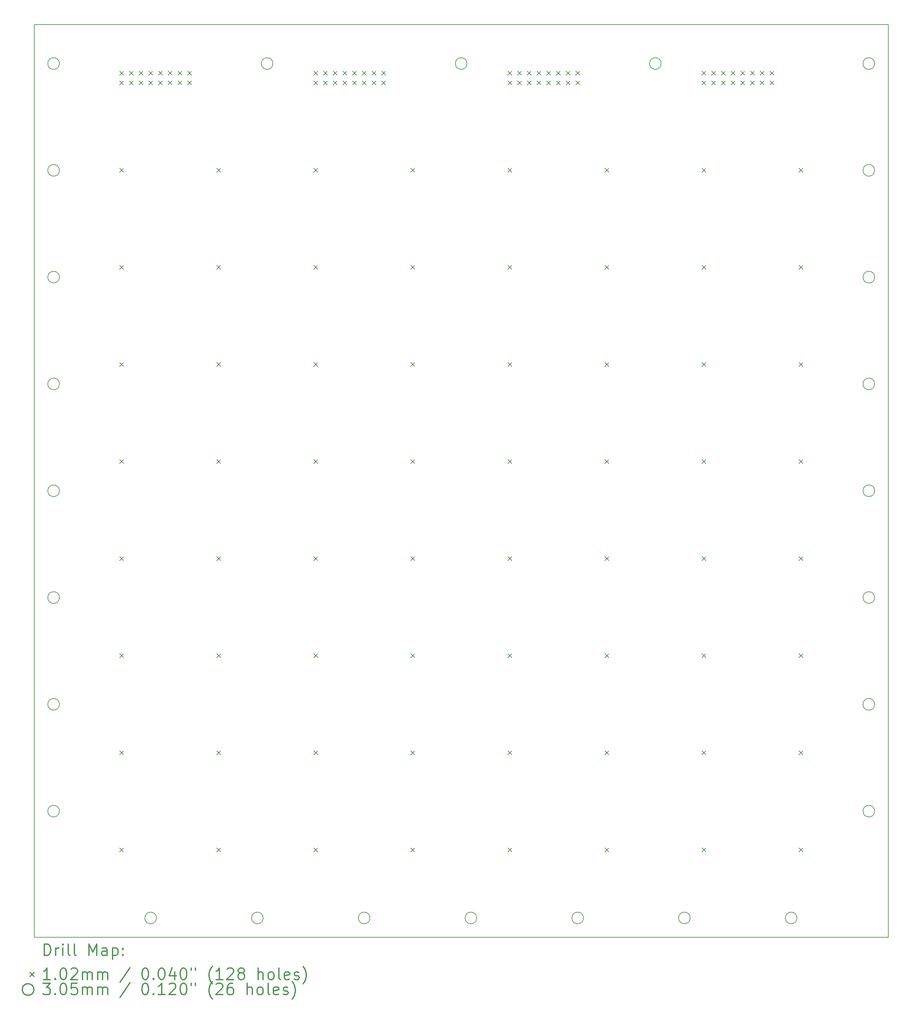
<source format=gbr>
%FSLAX45Y45*%
G04 Gerber Fmt 4.5, Leading zero omitted, Abs format (unit mm)*
G04 Created by KiCad (PCBNEW 4.0.1-stable) date 2016-05-02 16:34:03*
%MOMM*%
G01*
G04 APERTURE LIST*
%ADD10C,0.127000*%
%ADD11C,0.150000*%
%ADD12C,0.200000*%
%ADD13C,0.300000*%
G04 APERTURE END LIST*
D10*
D11*
X24892000Y-25654000D02*
X24892000Y-24638000D01*
X23876000Y-25654000D02*
X24892000Y-25654000D01*
X2540000Y-25654000D02*
X3556000Y-25654000D01*
X2540000Y-24638000D02*
X2540000Y-25654000D01*
X2540000Y-1778000D02*
X3556000Y-1778000D01*
X23876000Y-1778000D02*
X24892000Y-1778000D01*
X2540000Y-24638000D02*
X2540000Y-1778000D01*
X23876000Y-25654000D02*
X3556000Y-25654000D01*
X24892000Y-1778000D02*
X24892000Y-24638000D01*
X3556000Y-1778000D02*
X23876000Y-1778000D01*
D12*
X4775200Y-2997200D02*
X4876800Y-3098800D01*
X4876800Y-2997200D02*
X4775200Y-3098800D01*
X4775200Y-3251200D02*
X4876800Y-3352800D01*
X4876800Y-3251200D02*
X4775200Y-3352800D01*
X4775200Y-5537200D02*
X4876800Y-5638800D01*
X4876800Y-5537200D02*
X4775200Y-5638800D01*
X4775200Y-8077200D02*
X4876800Y-8178800D01*
X4876800Y-8077200D02*
X4775200Y-8178800D01*
X4775200Y-10617200D02*
X4876800Y-10718800D01*
X4876800Y-10617200D02*
X4775200Y-10718800D01*
X4775200Y-13157200D02*
X4876800Y-13258800D01*
X4876800Y-13157200D02*
X4775200Y-13258800D01*
X4775200Y-15697200D02*
X4876800Y-15798800D01*
X4876800Y-15697200D02*
X4775200Y-15798800D01*
X4775200Y-18237200D02*
X4876800Y-18338800D01*
X4876800Y-18237200D02*
X4775200Y-18338800D01*
X4775200Y-20777200D02*
X4876800Y-20878800D01*
X4876800Y-20777200D02*
X4775200Y-20878800D01*
X4775200Y-23317200D02*
X4876800Y-23418800D01*
X4876800Y-23317200D02*
X4775200Y-23418800D01*
X5029200Y-2997200D02*
X5130800Y-3098800D01*
X5130800Y-2997200D02*
X5029200Y-3098800D01*
X5029200Y-3251200D02*
X5130800Y-3352800D01*
X5130800Y-3251200D02*
X5029200Y-3352800D01*
X5283200Y-2997200D02*
X5384800Y-3098800D01*
X5384800Y-2997200D02*
X5283200Y-3098800D01*
X5283200Y-3251200D02*
X5384800Y-3352800D01*
X5384800Y-3251200D02*
X5283200Y-3352800D01*
X5537200Y-2997200D02*
X5638800Y-3098800D01*
X5638800Y-2997200D02*
X5537200Y-3098800D01*
X5537200Y-3251200D02*
X5638800Y-3352800D01*
X5638800Y-3251200D02*
X5537200Y-3352800D01*
X5791200Y-2997200D02*
X5892800Y-3098800D01*
X5892800Y-2997200D02*
X5791200Y-3098800D01*
X5791200Y-3251200D02*
X5892800Y-3352800D01*
X5892800Y-3251200D02*
X5791200Y-3352800D01*
X6045200Y-2997200D02*
X6146800Y-3098800D01*
X6146800Y-2997200D02*
X6045200Y-3098800D01*
X6045200Y-3251200D02*
X6146800Y-3352800D01*
X6146800Y-3251200D02*
X6045200Y-3352800D01*
X6299200Y-2997200D02*
X6400800Y-3098800D01*
X6400800Y-2997200D02*
X6299200Y-3098800D01*
X6299200Y-3251200D02*
X6400800Y-3352800D01*
X6400800Y-3251200D02*
X6299200Y-3352800D01*
X6553200Y-2997200D02*
X6654800Y-3098800D01*
X6654800Y-2997200D02*
X6553200Y-3098800D01*
X6553200Y-3251200D02*
X6654800Y-3352800D01*
X6654800Y-3251200D02*
X6553200Y-3352800D01*
X7315200Y-5537200D02*
X7416800Y-5638800D01*
X7416800Y-5537200D02*
X7315200Y-5638800D01*
X7315200Y-8077200D02*
X7416800Y-8178800D01*
X7416800Y-8077200D02*
X7315200Y-8178800D01*
X7315200Y-10617200D02*
X7416800Y-10718800D01*
X7416800Y-10617200D02*
X7315200Y-10718800D01*
X7315200Y-13157200D02*
X7416800Y-13258800D01*
X7416800Y-13157200D02*
X7315200Y-13258800D01*
X7315200Y-15697200D02*
X7416800Y-15798800D01*
X7416800Y-15697200D02*
X7315200Y-15798800D01*
X7315200Y-18237200D02*
X7416800Y-18338800D01*
X7416800Y-18237200D02*
X7315200Y-18338800D01*
X7315200Y-20777200D02*
X7416800Y-20878800D01*
X7416800Y-20777200D02*
X7315200Y-20878800D01*
X7315200Y-23317200D02*
X7416800Y-23418800D01*
X7416800Y-23317200D02*
X7315200Y-23418800D01*
X9855200Y-2997200D02*
X9956800Y-3098800D01*
X9956800Y-2997200D02*
X9855200Y-3098800D01*
X9855200Y-3251200D02*
X9956800Y-3352800D01*
X9956800Y-3251200D02*
X9855200Y-3352800D01*
X9855200Y-5537200D02*
X9956800Y-5638800D01*
X9956800Y-5537200D02*
X9855200Y-5638800D01*
X9855200Y-8077200D02*
X9956800Y-8178800D01*
X9956800Y-8077200D02*
X9855200Y-8178800D01*
X9855200Y-10617200D02*
X9956800Y-10718800D01*
X9956800Y-10617200D02*
X9855200Y-10718800D01*
X9855200Y-13157200D02*
X9956800Y-13258800D01*
X9956800Y-13157200D02*
X9855200Y-13258800D01*
X9855200Y-15697200D02*
X9956800Y-15798800D01*
X9956800Y-15697200D02*
X9855200Y-15798800D01*
X9855200Y-18237200D02*
X9956800Y-18338800D01*
X9956800Y-18237200D02*
X9855200Y-18338800D01*
X9855200Y-20777200D02*
X9956800Y-20878800D01*
X9956800Y-20777200D02*
X9855200Y-20878800D01*
X9855200Y-23317200D02*
X9956800Y-23418800D01*
X9956800Y-23317200D02*
X9855200Y-23418800D01*
X10109200Y-2997200D02*
X10210800Y-3098800D01*
X10210800Y-2997200D02*
X10109200Y-3098800D01*
X10109200Y-3251200D02*
X10210800Y-3352800D01*
X10210800Y-3251200D02*
X10109200Y-3352800D01*
X10363200Y-2997200D02*
X10464800Y-3098800D01*
X10464800Y-2997200D02*
X10363200Y-3098800D01*
X10363200Y-3251200D02*
X10464800Y-3352800D01*
X10464800Y-3251200D02*
X10363200Y-3352800D01*
X10617200Y-2997200D02*
X10718800Y-3098800D01*
X10718800Y-2997200D02*
X10617200Y-3098800D01*
X10617200Y-3251200D02*
X10718800Y-3352800D01*
X10718800Y-3251200D02*
X10617200Y-3352800D01*
X10871200Y-2997200D02*
X10972800Y-3098800D01*
X10972800Y-2997200D02*
X10871200Y-3098800D01*
X10871200Y-3251200D02*
X10972800Y-3352800D01*
X10972800Y-3251200D02*
X10871200Y-3352800D01*
X11125200Y-2997200D02*
X11226800Y-3098800D01*
X11226800Y-2997200D02*
X11125200Y-3098800D01*
X11125200Y-3251200D02*
X11226800Y-3352800D01*
X11226800Y-3251200D02*
X11125200Y-3352800D01*
X11379200Y-2997200D02*
X11480800Y-3098800D01*
X11480800Y-2997200D02*
X11379200Y-3098800D01*
X11379200Y-3251200D02*
X11480800Y-3352800D01*
X11480800Y-3251200D02*
X11379200Y-3352800D01*
X11633200Y-2997200D02*
X11734800Y-3098800D01*
X11734800Y-2997200D02*
X11633200Y-3098800D01*
X11633200Y-3251200D02*
X11734800Y-3352800D01*
X11734800Y-3251200D02*
X11633200Y-3352800D01*
X12395200Y-5537200D02*
X12496800Y-5638800D01*
X12496800Y-5537200D02*
X12395200Y-5638800D01*
X12395200Y-8077200D02*
X12496800Y-8178800D01*
X12496800Y-8077200D02*
X12395200Y-8178800D01*
X12395200Y-10617200D02*
X12496800Y-10718800D01*
X12496800Y-10617200D02*
X12395200Y-10718800D01*
X12395200Y-13157200D02*
X12496800Y-13258800D01*
X12496800Y-13157200D02*
X12395200Y-13258800D01*
X12395200Y-15697200D02*
X12496800Y-15798800D01*
X12496800Y-15697200D02*
X12395200Y-15798800D01*
X12395200Y-18237200D02*
X12496800Y-18338800D01*
X12496800Y-18237200D02*
X12395200Y-18338800D01*
X12395200Y-20777200D02*
X12496800Y-20878800D01*
X12496800Y-20777200D02*
X12395200Y-20878800D01*
X12395200Y-23317200D02*
X12496800Y-23418800D01*
X12496800Y-23317200D02*
X12395200Y-23418800D01*
X14935200Y-2997200D02*
X15036800Y-3098800D01*
X15036800Y-2997200D02*
X14935200Y-3098800D01*
X14935200Y-3251200D02*
X15036800Y-3352800D01*
X15036800Y-3251200D02*
X14935200Y-3352800D01*
X14935200Y-5537200D02*
X15036800Y-5638800D01*
X15036800Y-5537200D02*
X14935200Y-5638800D01*
X14935200Y-8077200D02*
X15036800Y-8178800D01*
X15036800Y-8077200D02*
X14935200Y-8178800D01*
X14935200Y-10617200D02*
X15036800Y-10718800D01*
X15036800Y-10617200D02*
X14935200Y-10718800D01*
X14935200Y-13157200D02*
X15036800Y-13258800D01*
X15036800Y-13157200D02*
X14935200Y-13258800D01*
X14935200Y-15697200D02*
X15036800Y-15798800D01*
X15036800Y-15697200D02*
X14935200Y-15798800D01*
X14935200Y-18237200D02*
X15036800Y-18338800D01*
X15036800Y-18237200D02*
X14935200Y-18338800D01*
X14935200Y-20777200D02*
X15036800Y-20878800D01*
X15036800Y-20777200D02*
X14935200Y-20878800D01*
X14935200Y-23317200D02*
X15036800Y-23418800D01*
X15036800Y-23317200D02*
X14935200Y-23418800D01*
X15189200Y-2997200D02*
X15290800Y-3098800D01*
X15290800Y-2997200D02*
X15189200Y-3098800D01*
X15189200Y-3251200D02*
X15290800Y-3352800D01*
X15290800Y-3251200D02*
X15189200Y-3352800D01*
X15443200Y-2997200D02*
X15544800Y-3098800D01*
X15544800Y-2997200D02*
X15443200Y-3098800D01*
X15443200Y-3251200D02*
X15544800Y-3352800D01*
X15544800Y-3251200D02*
X15443200Y-3352800D01*
X15697200Y-2997200D02*
X15798800Y-3098800D01*
X15798800Y-2997200D02*
X15697200Y-3098800D01*
X15697200Y-3251200D02*
X15798800Y-3352800D01*
X15798800Y-3251200D02*
X15697200Y-3352800D01*
X15951200Y-2997200D02*
X16052800Y-3098800D01*
X16052800Y-2997200D02*
X15951200Y-3098800D01*
X15951200Y-3251200D02*
X16052800Y-3352800D01*
X16052800Y-3251200D02*
X15951200Y-3352800D01*
X16205200Y-2997200D02*
X16306800Y-3098800D01*
X16306800Y-2997200D02*
X16205200Y-3098800D01*
X16205200Y-3251200D02*
X16306800Y-3352800D01*
X16306800Y-3251200D02*
X16205200Y-3352800D01*
X16459200Y-2997200D02*
X16560800Y-3098800D01*
X16560800Y-2997200D02*
X16459200Y-3098800D01*
X16459200Y-3251200D02*
X16560800Y-3352800D01*
X16560800Y-3251200D02*
X16459200Y-3352800D01*
X16713200Y-2997200D02*
X16814800Y-3098800D01*
X16814800Y-2997200D02*
X16713200Y-3098800D01*
X16713200Y-3251200D02*
X16814800Y-3352800D01*
X16814800Y-3251200D02*
X16713200Y-3352800D01*
X17475200Y-5537200D02*
X17576800Y-5638800D01*
X17576800Y-5537200D02*
X17475200Y-5638800D01*
X17475200Y-8077200D02*
X17576800Y-8178800D01*
X17576800Y-8077200D02*
X17475200Y-8178800D01*
X17475200Y-10617200D02*
X17576800Y-10718800D01*
X17576800Y-10617200D02*
X17475200Y-10718800D01*
X17475200Y-13157200D02*
X17576800Y-13258800D01*
X17576800Y-13157200D02*
X17475200Y-13258800D01*
X17475200Y-15697200D02*
X17576800Y-15798800D01*
X17576800Y-15697200D02*
X17475200Y-15798800D01*
X17475200Y-18237200D02*
X17576800Y-18338800D01*
X17576800Y-18237200D02*
X17475200Y-18338800D01*
X17475200Y-20777200D02*
X17576800Y-20878800D01*
X17576800Y-20777200D02*
X17475200Y-20878800D01*
X17475200Y-23317200D02*
X17576800Y-23418800D01*
X17576800Y-23317200D02*
X17475200Y-23418800D01*
X20015200Y-2997200D02*
X20116800Y-3098800D01*
X20116800Y-2997200D02*
X20015200Y-3098800D01*
X20015200Y-3251200D02*
X20116800Y-3352800D01*
X20116800Y-3251200D02*
X20015200Y-3352800D01*
X20015200Y-5537200D02*
X20116800Y-5638800D01*
X20116800Y-5537200D02*
X20015200Y-5638800D01*
X20015200Y-8077200D02*
X20116800Y-8178800D01*
X20116800Y-8077200D02*
X20015200Y-8178800D01*
X20015200Y-10617200D02*
X20116800Y-10718800D01*
X20116800Y-10617200D02*
X20015200Y-10718800D01*
X20015200Y-13157200D02*
X20116800Y-13258800D01*
X20116800Y-13157200D02*
X20015200Y-13258800D01*
X20015200Y-15697200D02*
X20116800Y-15798800D01*
X20116800Y-15697200D02*
X20015200Y-15798800D01*
X20015200Y-18237200D02*
X20116800Y-18338800D01*
X20116800Y-18237200D02*
X20015200Y-18338800D01*
X20015200Y-20777200D02*
X20116800Y-20878800D01*
X20116800Y-20777200D02*
X20015200Y-20878800D01*
X20015200Y-23317200D02*
X20116800Y-23418800D01*
X20116800Y-23317200D02*
X20015200Y-23418800D01*
X20269200Y-2997200D02*
X20370800Y-3098800D01*
X20370800Y-2997200D02*
X20269200Y-3098800D01*
X20269200Y-3251200D02*
X20370800Y-3352800D01*
X20370800Y-3251200D02*
X20269200Y-3352800D01*
X20523200Y-2997200D02*
X20624800Y-3098800D01*
X20624800Y-2997200D02*
X20523200Y-3098800D01*
X20523200Y-3251200D02*
X20624800Y-3352800D01*
X20624800Y-3251200D02*
X20523200Y-3352800D01*
X20777200Y-2997200D02*
X20878800Y-3098800D01*
X20878800Y-2997200D02*
X20777200Y-3098800D01*
X20777200Y-3251200D02*
X20878800Y-3352800D01*
X20878800Y-3251200D02*
X20777200Y-3352800D01*
X21031200Y-2997200D02*
X21132800Y-3098800D01*
X21132800Y-2997200D02*
X21031200Y-3098800D01*
X21031200Y-3251200D02*
X21132800Y-3352800D01*
X21132800Y-3251200D02*
X21031200Y-3352800D01*
X21285200Y-2997200D02*
X21386800Y-3098800D01*
X21386800Y-2997200D02*
X21285200Y-3098800D01*
X21285200Y-3251200D02*
X21386800Y-3352800D01*
X21386800Y-3251200D02*
X21285200Y-3352800D01*
X21539200Y-2997200D02*
X21640800Y-3098800D01*
X21640800Y-2997200D02*
X21539200Y-3098800D01*
X21539200Y-3251200D02*
X21640800Y-3352800D01*
X21640800Y-3251200D02*
X21539200Y-3352800D01*
X21793200Y-2997200D02*
X21894800Y-3098800D01*
X21894800Y-2997200D02*
X21793200Y-3098800D01*
X21793200Y-3251200D02*
X21894800Y-3352800D01*
X21894800Y-3251200D02*
X21793200Y-3352800D01*
X22555200Y-5537200D02*
X22656800Y-5638800D01*
X22656800Y-5537200D02*
X22555200Y-5638800D01*
X22555200Y-8077200D02*
X22656800Y-8178800D01*
X22656800Y-8077200D02*
X22555200Y-8178800D01*
X22555200Y-10617200D02*
X22656800Y-10718800D01*
X22656800Y-10617200D02*
X22555200Y-10718800D01*
X22555200Y-13157200D02*
X22656800Y-13258800D01*
X22656800Y-13157200D02*
X22555200Y-13258800D01*
X22555200Y-15697200D02*
X22656800Y-15798800D01*
X22656800Y-15697200D02*
X22555200Y-15798800D01*
X22555200Y-18237200D02*
X22656800Y-18338800D01*
X22656800Y-18237200D02*
X22555200Y-18338800D01*
X22555200Y-20777200D02*
X22656800Y-20878800D01*
X22656800Y-20777200D02*
X22555200Y-20878800D01*
X22555200Y-23317200D02*
X22656800Y-23418800D01*
X22656800Y-23317200D02*
X22555200Y-23418800D01*
X3200400Y-2794000D02*
G75*
G03X3200400Y-2794000I-152400J0D01*
G01*
X3200400Y-5588000D02*
G75*
G03X3200400Y-5588000I-152400J0D01*
G01*
X3200400Y-8382000D02*
G75*
G03X3200400Y-8382000I-152400J0D01*
G01*
X3200400Y-11176000D02*
G75*
G03X3200400Y-11176000I-152400J0D01*
G01*
X3200400Y-13970000D02*
G75*
G03X3200400Y-13970000I-152400J0D01*
G01*
X3200400Y-16764000D02*
G75*
G03X3200400Y-16764000I-152400J0D01*
G01*
X3200400Y-19558000D02*
G75*
G03X3200400Y-19558000I-152400J0D01*
G01*
X3200400Y-22352000D02*
G75*
G03X3200400Y-22352000I-152400J0D01*
G01*
X5740400Y-25146000D02*
G75*
G03X5740400Y-25146000I-152400J0D01*
G01*
X8534400Y-25146000D02*
G75*
G03X8534400Y-25146000I-152400J0D01*
G01*
X8788400Y-2794000D02*
G75*
G03X8788400Y-2794000I-152400J0D01*
G01*
X11328400Y-25146000D02*
G75*
G03X11328400Y-25146000I-152400J0D01*
G01*
X13868400Y-2794000D02*
G75*
G03X13868400Y-2794000I-152400J0D01*
G01*
X14122400Y-25146000D02*
G75*
G03X14122400Y-25146000I-152400J0D01*
G01*
X16916400Y-25146000D02*
G75*
G03X16916400Y-25146000I-152400J0D01*
G01*
X18948400Y-2794000D02*
G75*
G03X18948400Y-2794000I-152400J0D01*
G01*
X19710400Y-25146000D02*
G75*
G03X19710400Y-25146000I-152400J0D01*
G01*
X22504400Y-25146000D02*
G75*
G03X22504400Y-25146000I-152400J0D01*
G01*
X24536400Y-2794000D02*
G75*
G03X24536400Y-2794000I-152400J0D01*
G01*
X24536400Y-5588000D02*
G75*
G03X24536400Y-5588000I-152400J0D01*
G01*
X24536400Y-8382000D02*
G75*
G03X24536400Y-8382000I-152400J0D01*
G01*
X24536400Y-11176000D02*
G75*
G03X24536400Y-11176000I-152400J0D01*
G01*
X24536400Y-13970000D02*
G75*
G03X24536400Y-13970000I-152400J0D01*
G01*
X24536400Y-16764000D02*
G75*
G03X24536400Y-16764000I-152400J0D01*
G01*
X24536400Y-19558000D02*
G75*
G03X24536400Y-19558000I-152400J0D01*
G01*
X24536400Y-22352000D02*
G75*
G03X24536400Y-22352000I-152400J0D01*
G01*
D13*
X2803928Y-26127214D02*
X2803928Y-25827214D01*
X2875357Y-25827214D01*
X2918214Y-25841500D01*
X2946786Y-25870071D01*
X2961071Y-25898643D01*
X2975357Y-25955786D01*
X2975357Y-25998643D01*
X2961071Y-26055786D01*
X2946786Y-26084357D01*
X2918214Y-26112929D01*
X2875357Y-26127214D01*
X2803928Y-26127214D01*
X3103928Y-26127214D02*
X3103928Y-25927214D01*
X3103928Y-25984357D02*
X3118214Y-25955786D01*
X3132500Y-25941500D01*
X3161071Y-25927214D01*
X3189643Y-25927214D01*
X3289643Y-26127214D02*
X3289643Y-25927214D01*
X3289643Y-25827214D02*
X3275357Y-25841500D01*
X3289643Y-25855786D01*
X3303928Y-25841500D01*
X3289643Y-25827214D01*
X3289643Y-25855786D01*
X3475357Y-26127214D02*
X3446786Y-26112929D01*
X3432500Y-26084357D01*
X3432500Y-25827214D01*
X3632500Y-26127214D02*
X3603928Y-26112929D01*
X3589643Y-26084357D01*
X3589643Y-25827214D01*
X3975357Y-26127214D02*
X3975357Y-25827214D01*
X4075357Y-26041500D01*
X4175357Y-25827214D01*
X4175357Y-26127214D01*
X4446786Y-26127214D02*
X4446786Y-25970071D01*
X4432500Y-25941500D01*
X4403929Y-25927214D01*
X4346786Y-25927214D01*
X4318214Y-25941500D01*
X4446786Y-26112929D02*
X4418214Y-26127214D01*
X4346786Y-26127214D01*
X4318214Y-26112929D01*
X4303929Y-26084357D01*
X4303929Y-26055786D01*
X4318214Y-26027214D01*
X4346786Y-26012929D01*
X4418214Y-26012929D01*
X4446786Y-25998643D01*
X4589643Y-25927214D02*
X4589643Y-26227214D01*
X4589643Y-25941500D02*
X4618214Y-25927214D01*
X4675357Y-25927214D01*
X4703929Y-25941500D01*
X4718214Y-25955786D01*
X4732500Y-25984357D01*
X4732500Y-26070071D01*
X4718214Y-26098643D01*
X4703929Y-26112929D01*
X4675357Y-26127214D01*
X4618214Y-26127214D01*
X4589643Y-26112929D01*
X4861071Y-26098643D02*
X4875357Y-26112929D01*
X4861071Y-26127214D01*
X4846786Y-26112929D01*
X4861071Y-26098643D01*
X4861071Y-26127214D01*
X4861071Y-25941500D02*
X4875357Y-25955786D01*
X4861071Y-25970071D01*
X4846786Y-25955786D01*
X4861071Y-25941500D01*
X4861071Y-25970071D01*
X2430900Y-26570700D02*
X2532500Y-26672300D01*
X2532500Y-26570700D02*
X2430900Y-26672300D01*
X2961071Y-26757214D02*
X2789643Y-26757214D01*
X2875357Y-26757214D02*
X2875357Y-26457214D01*
X2846786Y-26500071D01*
X2818214Y-26528643D01*
X2789643Y-26542929D01*
X3089643Y-26728643D02*
X3103928Y-26742929D01*
X3089643Y-26757214D01*
X3075357Y-26742929D01*
X3089643Y-26728643D01*
X3089643Y-26757214D01*
X3289643Y-26457214D02*
X3318214Y-26457214D01*
X3346786Y-26471500D01*
X3361071Y-26485786D01*
X3375357Y-26514357D01*
X3389643Y-26571500D01*
X3389643Y-26642929D01*
X3375357Y-26700071D01*
X3361071Y-26728643D01*
X3346786Y-26742929D01*
X3318214Y-26757214D01*
X3289643Y-26757214D01*
X3261071Y-26742929D01*
X3246786Y-26728643D01*
X3232500Y-26700071D01*
X3218214Y-26642929D01*
X3218214Y-26571500D01*
X3232500Y-26514357D01*
X3246786Y-26485786D01*
X3261071Y-26471500D01*
X3289643Y-26457214D01*
X3503928Y-26485786D02*
X3518214Y-26471500D01*
X3546786Y-26457214D01*
X3618214Y-26457214D01*
X3646786Y-26471500D01*
X3661071Y-26485786D01*
X3675357Y-26514357D01*
X3675357Y-26542929D01*
X3661071Y-26585786D01*
X3489643Y-26757214D01*
X3675357Y-26757214D01*
X3803928Y-26757214D02*
X3803928Y-26557214D01*
X3803928Y-26585786D02*
X3818214Y-26571500D01*
X3846786Y-26557214D01*
X3889643Y-26557214D01*
X3918214Y-26571500D01*
X3932500Y-26600071D01*
X3932500Y-26757214D01*
X3932500Y-26600071D02*
X3946786Y-26571500D01*
X3975357Y-26557214D01*
X4018214Y-26557214D01*
X4046786Y-26571500D01*
X4061071Y-26600071D01*
X4061071Y-26757214D01*
X4203929Y-26757214D02*
X4203929Y-26557214D01*
X4203929Y-26585786D02*
X4218214Y-26571500D01*
X4246786Y-26557214D01*
X4289643Y-26557214D01*
X4318214Y-26571500D01*
X4332500Y-26600071D01*
X4332500Y-26757214D01*
X4332500Y-26600071D02*
X4346786Y-26571500D01*
X4375357Y-26557214D01*
X4418214Y-26557214D01*
X4446786Y-26571500D01*
X4461071Y-26600071D01*
X4461071Y-26757214D01*
X5046786Y-26442929D02*
X4789643Y-26828643D01*
X5432500Y-26457214D02*
X5461071Y-26457214D01*
X5489643Y-26471500D01*
X5503928Y-26485786D01*
X5518214Y-26514357D01*
X5532500Y-26571500D01*
X5532500Y-26642929D01*
X5518214Y-26700071D01*
X5503928Y-26728643D01*
X5489643Y-26742929D01*
X5461071Y-26757214D01*
X5432500Y-26757214D01*
X5403928Y-26742929D01*
X5389643Y-26728643D01*
X5375357Y-26700071D01*
X5361071Y-26642929D01*
X5361071Y-26571500D01*
X5375357Y-26514357D01*
X5389643Y-26485786D01*
X5403928Y-26471500D01*
X5432500Y-26457214D01*
X5661071Y-26728643D02*
X5675357Y-26742929D01*
X5661071Y-26757214D01*
X5646786Y-26742929D01*
X5661071Y-26728643D01*
X5661071Y-26757214D01*
X5861071Y-26457214D02*
X5889643Y-26457214D01*
X5918214Y-26471500D01*
X5932500Y-26485786D01*
X5946785Y-26514357D01*
X5961071Y-26571500D01*
X5961071Y-26642929D01*
X5946785Y-26700071D01*
X5932500Y-26728643D01*
X5918214Y-26742929D01*
X5889643Y-26757214D01*
X5861071Y-26757214D01*
X5832500Y-26742929D01*
X5818214Y-26728643D01*
X5803928Y-26700071D01*
X5789643Y-26642929D01*
X5789643Y-26571500D01*
X5803928Y-26514357D01*
X5818214Y-26485786D01*
X5832500Y-26471500D01*
X5861071Y-26457214D01*
X6218214Y-26557214D02*
X6218214Y-26757214D01*
X6146785Y-26442929D02*
X6075357Y-26657214D01*
X6261071Y-26657214D01*
X6432500Y-26457214D02*
X6461071Y-26457214D01*
X6489643Y-26471500D01*
X6503928Y-26485786D01*
X6518214Y-26514357D01*
X6532500Y-26571500D01*
X6532500Y-26642929D01*
X6518214Y-26700071D01*
X6503928Y-26728643D01*
X6489643Y-26742929D01*
X6461071Y-26757214D01*
X6432500Y-26757214D01*
X6403928Y-26742929D01*
X6389643Y-26728643D01*
X6375357Y-26700071D01*
X6361071Y-26642929D01*
X6361071Y-26571500D01*
X6375357Y-26514357D01*
X6389643Y-26485786D01*
X6403928Y-26471500D01*
X6432500Y-26457214D01*
X6646786Y-26457214D02*
X6646786Y-26514357D01*
X6761071Y-26457214D02*
X6761071Y-26514357D01*
X7203928Y-26871500D02*
X7189643Y-26857214D01*
X7161071Y-26814357D01*
X7146785Y-26785786D01*
X7132500Y-26742929D01*
X7118214Y-26671500D01*
X7118214Y-26614357D01*
X7132500Y-26542929D01*
X7146785Y-26500071D01*
X7161071Y-26471500D01*
X7189643Y-26428643D01*
X7203928Y-26414357D01*
X7475357Y-26757214D02*
X7303928Y-26757214D01*
X7389643Y-26757214D02*
X7389643Y-26457214D01*
X7361071Y-26500071D01*
X7332500Y-26528643D01*
X7303928Y-26542929D01*
X7589643Y-26485786D02*
X7603928Y-26471500D01*
X7632500Y-26457214D01*
X7703928Y-26457214D01*
X7732500Y-26471500D01*
X7746785Y-26485786D01*
X7761071Y-26514357D01*
X7761071Y-26542929D01*
X7746785Y-26585786D01*
X7575357Y-26757214D01*
X7761071Y-26757214D01*
X7932500Y-26585786D02*
X7903928Y-26571500D01*
X7889643Y-26557214D01*
X7875357Y-26528643D01*
X7875357Y-26514357D01*
X7889643Y-26485786D01*
X7903928Y-26471500D01*
X7932500Y-26457214D01*
X7989643Y-26457214D01*
X8018214Y-26471500D01*
X8032500Y-26485786D01*
X8046785Y-26514357D01*
X8046785Y-26528643D01*
X8032500Y-26557214D01*
X8018214Y-26571500D01*
X7989643Y-26585786D01*
X7932500Y-26585786D01*
X7903928Y-26600071D01*
X7889643Y-26614357D01*
X7875357Y-26642929D01*
X7875357Y-26700071D01*
X7889643Y-26728643D01*
X7903928Y-26742929D01*
X7932500Y-26757214D01*
X7989643Y-26757214D01*
X8018214Y-26742929D01*
X8032500Y-26728643D01*
X8046785Y-26700071D01*
X8046785Y-26642929D01*
X8032500Y-26614357D01*
X8018214Y-26600071D01*
X7989643Y-26585786D01*
X8403928Y-26757214D02*
X8403928Y-26457214D01*
X8532500Y-26757214D02*
X8532500Y-26600071D01*
X8518214Y-26571500D01*
X8489643Y-26557214D01*
X8446786Y-26557214D01*
X8418214Y-26571500D01*
X8403928Y-26585786D01*
X8718214Y-26757214D02*
X8689643Y-26742929D01*
X8675357Y-26728643D01*
X8661071Y-26700071D01*
X8661071Y-26614357D01*
X8675357Y-26585786D01*
X8689643Y-26571500D01*
X8718214Y-26557214D01*
X8761071Y-26557214D01*
X8789643Y-26571500D01*
X8803928Y-26585786D01*
X8818214Y-26614357D01*
X8818214Y-26700071D01*
X8803928Y-26728643D01*
X8789643Y-26742929D01*
X8761071Y-26757214D01*
X8718214Y-26757214D01*
X8989643Y-26757214D02*
X8961071Y-26742929D01*
X8946786Y-26714357D01*
X8946786Y-26457214D01*
X9218214Y-26742929D02*
X9189643Y-26757214D01*
X9132500Y-26757214D01*
X9103929Y-26742929D01*
X9089643Y-26714357D01*
X9089643Y-26600071D01*
X9103929Y-26571500D01*
X9132500Y-26557214D01*
X9189643Y-26557214D01*
X9218214Y-26571500D01*
X9232500Y-26600071D01*
X9232500Y-26628643D01*
X9089643Y-26657214D01*
X9346786Y-26742929D02*
X9375357Y-26757214D01*
X9432500Y-26757214D01*
X9461071Y-26742929D01*
X9475357Y-26714357D01*
X9475357Y-26700071D01*
X9461071Y-26671500D01*
X9432500Y-26657214D01*
X9389643Y-26657214D01*
X9361071Y-26642929D01*
X9346786Y-26614357D01*
X9346786Y-26600071D01*
X9361071Y-26571500D01*
X9389643Y-26557214D01*
X9432500Y-26557214D01*
X9461071Y-26571500D01*
X9575357Y-26871500D02*
X9589643Y-26857214D01*
X9618214Y-26814357D01*
X9632500Y-26785786D01*
X9646786Y-26742929D01*
X9661071Y-26671500D01*
X9661071Y-26614357D01*
X9646786Y-26542929D01*
X9632500Y-26500071D01*
X9618214Y-26471500D01*
X9589643Y-26428643D01*
X9575357Y-26414357D01*
X2532500Y-27017500D02*
G75*
G03X2532500Y-27017500I-152400J0D01*
G01*
X2775357Y-26853214D02*
X2961071Y-26853214D01*
X2861071Y-26967500D01*
X2903928Y-26967500D01*
X2932500Y-26981786D01*
X2946786Y-26996071D01*
X2961071Y-27024643D01*
X2961071Y-27096071D01*
X2946786Y-27124643D01*
X2932500Y-27138929D01*
X2903928Y-27153214D01*
X2818214Y-27153214D01*
X2789643Y-27138929D01*
X2775357Y-27124643D01*
X3089643Y-27124643D02*
X3103928Y-27138929D01*
X3089643Y-27153214D01*
X3075357Y-27138929D01*
X3089643Y-27124643D01*
X3089643Y-27153214D01*
X3289643Y-26853214D02*
X3318214Y-26853214D01*
X3346786Y-26867500D01*
X3361071Y-26881786D01*
X3375357Y-26910357D01*
X3389643Y-26967500D01*
X3389643Y-27038929D01*
X3375357Y-27096071D01*
X3361071Y-27124643D01*
X3346786Y-27138929D01*
X3318214Y-27153214D01*
X3289643Y-27153214D01*
X3261071Y-27138929D01*
X3246786Y-27124643D01*
X3232500Y-27096071D01*
X3218214Y-27038929D01*
X3218214Y-26967500D01*
X3232500Y-26910357D01*
X3246786Y-26881786D01*
X3261071Y-26867500D01*
X3289643Y-26853214D01*
X3661071Y-26853214D02*
X3518214Y-26853214D01*
X3503928Y-26996071D01*
X3518214Y-26981786D01*
X3546786Y-26967500D01*
X3618214Y-26967500D01*
X3646786Y-26981786D01*
X3661071Y-26996071D01*
X3675357Y-27024643D01*
X3675357Y-27096071D01*
X3661071Y-27124643D01*
X3646786Y-27138929D01*
X3618214Y-27153214D01*
X3546786Y-27153214D01*
X3518214Y-27138929D01*
X3503928Y-27124643D01*
X3803928Y-27153214D02*
X3803928Y-26953214D01*
X3803928Y-26981786D02*
X3818214Y-26967500D01*
X3846786Y-26953214D01*
X3889643Y-26953214D01*
X3918214Y-26967500D01*
X3932500Y-26996071D01*
X3932500Y-27153214D01*
X3932500Y-26996071D02*
X3946786Y-26967500D01*
X3975357Y-26953214D01*
X4018214Y-26953214D01*
X4046786Y-26967500D01*
X4061071Y-26996071D01*
X4061071Y-27153214D01*
X4203929Y-27153214D02*
X4203929Y-26953214D01*
X4203929Y-26981786D02*
X4218214Y-26967500D01*
X4246786Y-26953214D01*
X4289643Y-26953214D01*
X4318214Y-26967500D01*
X4332500Y-26996071D01*
X4332500Y-27153214D01*
X4332500Y-26996071D02*
X4346786Y-26967500D01*
X4375357Y-26953214D01*
X4418214Y-26953214D01*
X4446786Y-26967500D01*
X4461071Y-26996071D01*
X4461071Y-27153214D01*
X5046786Y-26838929D02*
X4789643Y-27224643D01*
X5432500Y-26853214D02*
X5461071Y-26853214D01*
X5489643Y-26867500D01*
X5503928Y-26881786D01*
X5518214Y-26910357D01*
X5532500Y-26967500D01*
X5532500Y-27038929D01*
X5518214Y-27096071D01*
X5503928Y-27124643D01*
X5489643Y-27138929D01*
X5461071Y-27153214D01*
X5432500Y-27153214D01*
X5403928Y-27138929D01*
X5389643Y-27124643D01*
X5375357Y-27096071D01*
X5361071Y-27038929D01*
X5361071Y-26967500D01*
X5375357Y-26910357D01*
X5389643Y-26881786D01*
X5403928Y-26867500D01*
X5432500Y-26853214D01*
X5661071Y-27124643D02*
X5675357Y-27138929D01*
X5661071Y-27153214D01*
X5646786Y-27138929D01*
X5661071Y-27124643D01*
X5661071Y-27153214D01*
X5961071Y-27153214D02*
X5789643Y-27153214D01*
X5875357Y-27153214D02*
X5875357Y-26853214D01*
X5846785Y-26896071D01*
X5818214Y-26924643D01*
X5789643Y-26938929D01*
X6075357Y-26881786D02*
X6089643Y-26867500D01*
X6118214Y-26853214D01*
X6189643Y-26853214D01*
X6218214Y-26867500D01*
X6232500Y-26881786D01*
X6246785Y-26910357D01*
X6246785Y-26938929D01*
X6232500Y-26981786D01*
X6061071Y-27153214D01*
X6246785Y-27153214D01*
X6432500Y-26853214D02*
X6461071Y-26853214D01*
X6489643Y-26867500D01*
X6503928Y-26881786D01*
X6518214Y-26910357D01*
X6532500Y-26967500D01*
X6532500Y-27038929D01*
X6518214Y-27096071D01*
X6503928Y-27124643D01*
X6489643Y-27138929D01*
X6461071Y-27153214D01*
X6432500Y-27153214D01*
X6403928Y-27138929D01*
X6389643Y-27124643D01*
X6375357Y-27096071D01*
X6361071Y-27038929D01*
X6361071Y-26967500D01*
X6375357Y-26910357D01*
X6389643Y-26881786D01*
X6403928Y-26867500D01*
X6432500Y-26853214D01*
X6646786Y-26853214D02*
X6646786Y-26910357D01*
X6761071Y-26853214D02*
X6761071Y-26910357D01*
X7203928Y-27267500D02*
X7189643Y-27253214D01*
X7161071Y-27210357D01*
X7146785Y-27181786D01*
X7132500Y-27138929D01*
X7118214Y-27067500D01*
X7118214Y-27010357D01*
X7132500Y-26938929D01*
X7146785Y-26896071D01*
X7161071Y-26867500D01*
X7189643Y-26824643D01*
X7203928Y-26810357D01*
X7303928Y-26881786D02*
X7318214Y-26867500D01*
X7346785Y-26853214D01*
X7418214Y-26853214D01*
X7446785Y-26867500D01*
X7461071Y-26881786D01*
X7475357Y-26910357D01*
X7475357Y-26938929D01*
X7461071Y-26981786D01*
X7289643Y-27153214D01*
X7475357Y-27153214D01*
X7732500Y-26853214D02*
X7675357Y-26853214D01*
X7646785Y-26867500D01*
X7632500Y-26881786D01*
X7603928Y-26924643D01*
X7589643Y-26981786D01*
X7589643Y-27096071D01*
X7603928Y-27124643D01*
X7618214Y-27138929D01*
X7646785Y-27153214D01*
X7703928Y-27153214D01*
X7732500Y-27138929D01*
X7746785Y-27124643D01*
X7761071Y-27096071D01*
X7761071Y-27024643D01*
X7746785Y-26996071D01*
X7732500Y-26981786D01*
X7703928Y-26967500D01*
X7646785Y-26967500D01*
X7618214Y-26981786D01*
X7603928Y-26996071D01*
X7589643Y-27024643D01*
X8118214Y-27153214D02*
X8118214Y-26853214D01*
X8246785Y-27153214D02*
X8246785Y-26996071D01*
X8232500Y-26967500D01*
X8203928Y-26953214D01*
X8161071Y-26953214D01*
X8132500Y-26967500D01*
X8118214Y-26981786D01*
X8432500Y-27153214D02*
X8403928Y-27138929D01*
X8389643Y-27124643D01*
X8375357Y-27096071D01*
X8375357Y-27010357D01*
X8389643Y-26981786D01*
X8403928Y-26967500D01*
X8432500Y-26953214D01*
X8475357Y-26953214D01*
X8503928Y-26967500D01*
X8518214Y-26981786D01*
X8532500Y-27010357D01*
X8532500Y-27096071D01*
X8518214Y-27124643D01*
X8503928Y-27138929D01*
X8475357Y-27153214D01*
X8432500Y-27153214D01*
X8703928Y-27153214D02*
X8675357Y-27138929D01*
X8661071Y-27110357D01*
X8661071Y-26853214D01*
X8932500Y-27138929D02*
X8903929Y-27153214D01*
X8846786Y-27153214D01*
X8818214Y-27138929D01*
X8803929Y-27110357D01*
X8803929Y-26996071D01*
X8818214Y-26967500D01*
X8846786Y-26953214D01*
X8903929Y-26953214D01*
X8932500Y-26967500D01*
X8946786Y-26996071D01*
X8946786Y-27024643D01*
X8803929Y-27053214D01*
X9061071Y-27138929D02*
X9089643Y-27153214D01*
X9146786Y-27153214D01*
X9175357Y-27138929D01*
X9189643Y-27110357D01*
X9189643Y-27096071D01*
X9175357Y-27067500D01*
X9146786Y-27053214D01*
X9103929Y-27053214D01*
X9075357Y-27038929D01*
X9061071Y-27010357D01*
X9061071Y-26996071D01*
X9075357Y-26967500D01*
X9103929Y-26953214D01*
X9146786Y-26953214D01*
X9175357Y-26967500D01*
X9289643Y-27267500D02*
X9303929Y-27253214D01*
X9332500Y-27210357D01*
X9346786Y-27181786D01*
X9361071Y-27138929D01*
X9375357Y-27067500D01*
X9375357Y-27010357D01*
X9361071Y-26938929D01*
X9346786Y-26896071D01*
X9332500Y-26867500D01*
X9303929Y-26824643D01*
X9289643Y-26810357D01*
M02*

</source>
